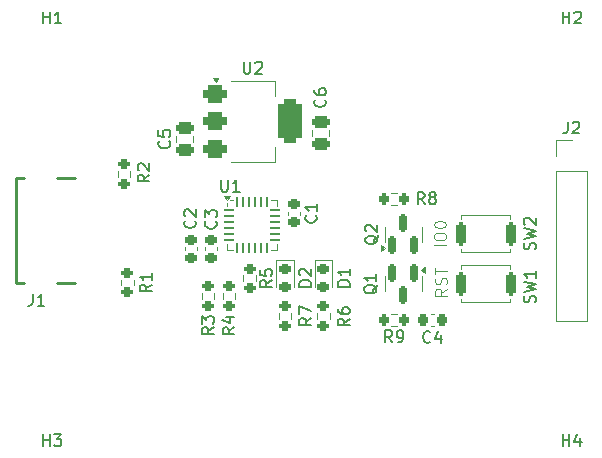
<source format=gbr>
%TF.GenerationSoftware,KiCad,Pcbnew,8.0.2*%
%TF.CreationDate,2024-06-01T19:49:29+09:00*%
%TF.ProjectId,esp8266writer,65737038-3236-4367-9772-697465722e6b,rev?*%
%TF.SameCoordinates,Original*%
%TF.FileFunction,Legend,Top*%
%TF.FilePolarity,Positive*%
%FSLAX46Y46*%
G04 Gerber Fmt 4.6, Leading zero omitted, Abs format (unit mm)*
G04 Created by KiCad (PCBNEW 8.0.2) date 2024-06-01 19:49:29*
%MOMM*%
%LPD*%
G01*
G04 APERTURE LIST*
G04 Aperture macros list*
%AMRoundRect*
0 Rectangle with rounded corners*
0 $1 Rounding radius*
0 $2 $3 $4 $5 $6 $7 $8 $9 X,Y pos of 4 corners*
0 Add a 4 corners polygon primitive as box body*
4,1,4,$2,$3,$4,$5,$6,$7,$8,$9,$2,$3,0*
0 Add four circle primitives for the rounded corners*
1,1,$1+$1,$2,$3*
1,1,$1+$1,$4,$5*
1,1,$1+$1,$6,$7*
1,1,$1+$1,$8,$9*
0 Add four rect primitives between the rounded corners*
20,1,$1+$1,$2,$3,$4,$5,0*
20,1,$1+$1,$4,$5,$6,$7,0*
20,1,$1+$1,$6,$7,$8,$9,0*
20,1,$1+$1,$8,$9,$2,$3,0*%
G04 Aperture macros list end*
%ADD10C,0.100000*%
%ADD11C,0.150000*%
%ADD12C,0.120000*%
%ADD13C,0.254000*%
%ADD14RoundRect,0.225000X-0.250000X0.225000X-0.250000X-0.225000X0.250000X-0.225000X0.250000X0.225000X0*%
%ADD15RoundRect,0.200000X0.275000X-0.200000X0.275000X0.200000X-0.275000X0.200000X-0.275000X-0.200000X0*%
%ADD16RoundRect,0.200000X-0.275000X0.200000X-0.275000X-0.200000X0.275000X-0.200000X0.275000X0.200000X0*%
%ADD17RoundRect,0.200000X0.200000X0.800000X-0.200000X0.800000X-0.200000X-0.800000X0.200000X-0.800000X0*%
%ADD18RoundRect,0.200000X0.200000X0.275000X-0.200000X0.275000X-0.200000X-0.275000X0.200000X-0.275000X0*%
%ADD19RoundRect,0.062500X-0.350000X-0.062500X0.350000X-0.062500X0.350000X0.062500X-0.350000X0.062500X0*%
%ADD20RoundRect,0.062500X-0.062500X-0.350000X0.062500X-0.350000X0.062500X0.350000X-0.062500X0.350000X0*%
%ADD21R,2.600000X2.600000*%
%ADD22RoundRect,0.218750X-0.256250X0.218750X-0.256250X-0.218750X0.256250X-0.218750X0.256250X0.218750X0*%
%ADD23RoundRect,0.150000X0.150000X-0.587500X0.150000X0.587500X-0.150000X0.587500X-0.150000X-0.587500X0*%
%ADD24RoundRect,0.250000X0.475000X-0.250000X0.475000X0.250000X-0.475000X0.250000X-0.475000X-0.250000X0*%
%ADD25C,0.800000*%
%ADD26R,1.270000X0.300000*%
%ADD27O,2.000000X1.200000*%
%ADD28O,2.400000X1.200000*%
%ADD29RoundRect,0.250000X-0.475000X0.250000X-0.475000X-0.250000X0.475000X-0.250000X0.475000X0.250000X0*%
%ADD30C,3.200000*%
%ADD31RoundRect,0.225000X-0.225000X-0.250000X0.225000X-0.250000X0.225000X0.250000X-0.225000X0.250000X0*%
%ADD32RoundRect,0.375000X-0.625000X-0.375000X0.625000X-0.375000X0.625000X0.375000X-0.625000X0.375000X0*%
%ADD33RoundRect,0.500000X-0.500000X-1.400000X0.500000X-1.400000X0.500000X1.400000X-0.500000X1.400000X0*%
%ADD34RoundRect,0.150000X-0.150000X0.587500X-0.150000X-0.587500X0.150000X-0.587500X0.150000X0.587500X0*%
%ADD35RoundRect,0.225000X0.250000X-0.225000X0.250000X0.225000X-0.250000X0.225000X-0.250000X-0.225000X0*%
%ADD36R,1.700000X1.700000*%
%ADD37O,1.700000X1.700000*%
G04 APERTURE END LIST*
D10*
X111447419Y-79937187D02*
X110971228Y-80270520D01*
X111447419Y-80508615D02*
X110447419Y-80508615D01*
X110447419Y-80508615D02*
X110447419Y-80127663D01*
X110447419Y-80127663D02*
X110495038Y-80032425D01*
X110495038Y-80032425D02*
X110542657Y-79984806D01*
X110542657Y-79984806D02*
X110637895Y-79937187D01*
X110637895Y-79937187D02*
X110780752Y-79937187D01*
X110780752Y-79937187D02*
X110875990Y-79984806D01*
X110875990Y-79984806D02*
X110923609Y-80032425D01*
X110923609Y-80032425D02*
X110971228Y-80127663D01*
X110971228Y-80127663D02*
X110971228Y-80508615D01*
X111399800Y-79556234D02*
X111447419Y-79413377D01*
X111447419Y-79413377D02*
X111447419Y-79175282D01*
X111447419Y-79175282D02*
X111399800Y-79080044D01*
X111399800Y-79080044D02*
X111352180Y-79032425D01*
X111352180Y-79032425D02*
X111256942Y-78984806D01*
X111256942Y-78984806D02*
X111161704Y-78984806D01*
X111161704Y-78984806D02*
X111066466Y-79032425D01*
X111066466Y-79032425D02*
X111018847Y-79080044D01*
X111018847Y-79080044D02*
X110971228Y-79175282D01*
X110971228Y-79175282D02*
X110923609Y-79365758D01*
X110923609Y-79365758D02*
X110875990Y-79460996D01*
X110875990Y-79460996D02*
X110828371Y-79508615D01*
X110828371Y-79508615D02*
X110733133Y-79556234D01*
X110733133Y-79556234D02*
X110637895Y-79556234D01*
X110637895Y-79556234D02*
X110542657Y-79508615D01*
X110542657Y-79508615D02*
X110495038Y-79460996D01*
X110495038Y-79460996D02*
X110447419Y-79365758D01*
X110447419Y-79365758D02*
X110447419Y-79127663D01*
X110447419Y-79127663D02*
X110495038Y-78984806D01*
X110447419Y-78699091D02*
X110447419Y-78127663D01*
X111447419Y-78413377D02*
X110447419Y-78413377D01*
X111372419Y-76258615D02*
X110372419Y-76258615D01*
X110372419Y-75591949D02*
X110372419Y-75401473D01*
X110372419Y-75401473D02*
X110420038Y-75306235D01*
X110420038Y-75306235D02*
X110515276Y-75210997D01*
X110515276Y-75210997D02*
X110705752Y-75163378D01*
X110705752Y-75163378D02*
X111039085Y-75163378D01*
X111039085Y-75163378D02*
X111229561Y-75210997D01*
X111229561Y-75210997D02*
X111324800Y-75306235D01*
X111324800Y-75306235D02*
X111372419Y-75401473D01*
X111372419Y-75401473D02*
X111372419Y-75591949D01*
X111372419Y-75591949D02*
X111324800Y-75687187D01*
X111324800Y-75687187D02*
X111229561Y-75782425D01*
X111229561Y-75782425D02*
X111039085Y-75830044D01*
X111039085Y-75830044D02*
X110705752Y-75830044D01*
X110705752Y-75830044D02*
X110515276Y-75782425D01*
X110515276Y-75782425D02*
X110420038Y-75687187D01*
X110420038Y-75687187D02*
X110372419Y-75591949D01*
X110372419Y-74544330D02*
X110372419Y-74449092D01*
X110372419Y-74449092D02*
X110420038Y-74353854D01*
X110420038Y-74353854D02*
X110467657Y-74306235D01*
X110467657Y-74306235D02*
X110562895Y-74258616D01*
X110562895Y-74258616D02*
X110753371Y-74210997D01*
X110753371Y-74210997D02*
X110991466Y-74210997D01*
X110991466Y-74210997D02*
X111181942Y-74258616D01*
X111181942Y-74258616D02*
X111277180Y-74306235D01*
X111277180Y-74306235D02*
X111324800Y-74353854D01*
X111324800Y-74353854D02*
X111372419Y-74449092D01*
X111372419Y-74449092D02*
X111372419Y-74544330D01*
X111372419Y-74544330D02*
X111324800Y-74639568D01*
X111324800Y-74639568D02*
X111277180Y-74687187D01*
X111277180Y-74687187D02*
X111181942Y-74734806D01*
X111181942Y-74734806D02*
X110991466Y-74782425D01*
X110991466Y-74782425D02*
X110753371Y-74782425D01*
X110753371Y-74782425D02*
X110562895Y-74734806D01*
X110562895Y-74734806D02*
X110467657Y-74687187D01*
X110467657Y-74687187D02*
X110420038Y-74639568D01*
X110420038Y-74639568D02*
X110372419Y-74544330D01*
D11*
X91859580Y-74204166D02*
X91907200Y-74251785D01*
X91907200Y-74251785D02*
X91954819Y-74394642D01*
X91954819Y-74394642D02*
X91954819Y-74489880D01*
X91954819Y-74489880D02*
X91907200Y-74632737D01*
X91907200Y-74632737D02*
X91811961Y-74727975D01*
X91811961Y-74727975D02*
X91716723Y-74775594D01*
X91716723Y-74775594D02*
X91526247Y-74823213D01*
X91526247Y-74823213D02*
X91383390Y-74823213D01*
X91383390Y-74823213D02*
X91192914Y-74775594D01*
X91192914Y-74775594D02*
X91097676Y-74727975D01*
X91097676Y-74727975D02*
X91002438Y-74632737D01*
X91002438Y-74632737D02*
X90954819Y-74489880D01*
X90954819Y-74489880D02*
X90954819Y-74394642D01*
X90954819Y-74394642D02*
X91002438Y-74251785D01*
X91002438Y-74251785D02*
X91050057Y-74204166D01*
X90954819Y-73870832D02*
X90954819Y-73251785D01*
X90954819Y-73251785D02*
X91335771Y-73585118D01*
X91335771Y-73585118D02*
X91335771Y-73442261D01*
X91335771Y-73442261D02*
X91383390Y-73347023D01*
X91383390Y-73347023D02*
X91431009Y-73299404D01*
X91431009Y-73299404D02*
X91526247Y-73251785D01*
X91526247Y-73251785D02*
X91764342Y-73251785D01*
X91764342Y-73251785D02*
X91859580Y-73299404D01*
X91859580Y-73299404D02*
X91907200Y-73347023D01*
X91907200Y-73347023D02*
X91954819Y-73442261D01*
X91954819Y-73442261D02*
X91954819Y-73727975D01*
X91954819Y-73727975D02*
X91907200Y-73823213D01*
X91907200Y-73823213D02*
X91859580Y-73870832D01*
X93454819Y-83204166D02*
X92978628Y-83537499D01*
X93454819Y-83775594D02*
X92454819Y-83775594D01*
X92454819Y-83775594D02*
X92454819Y-83394642D01*
X92454819Y-83394642D02*
X92502438Y-83299404D01*
X92502438Y-83299404D02*
X92550057Y-83251785D01*
X92550057Y-83251785D02*
X92645295Y-83204166D01*
X92645295Y-83204166D02*
X92788152Y-83204166D01*
X92788152Y-83204166D02*
X92883390Y-83251785D01*
X92883390Y-83251785D02*
X92931009Y-83299404D01*
X92931009Y-83299404D02*
X92978628Y-83394642D01*
X92978628Y-83394642D02*
X92978628Y-83775594D01*
X92788152Y-82347023D02*
X93454819Y-82347023D01*
X92407200Y-82585118D02*
X93121485Y-82823213D01*
X93121485Y-82823213D02*
X93121485Y-82204166D01*
X96634819Y-79204166D02*
X96158628Y-79537499D01*
X96634819Y-79775594D02*
X95634819Y-79775594D01*
X95634819Y-79775594D02*
X95634819Y-79394642D01*
X95634819Y-79394642D02*
X95682438Y-79299404D01*
X95682438Y-79299404D02*
X95730057Y-79251785D01*
X95730057Y-79251785D02*
X95825295Y-79204166D01*
X95825295Y-79204166D02*
X95968152Y-79204166D01*
X95968152Y-79204166D02*
X96063390Y-79251785D01*
X96063390Y-79251785D02*
X96111009Y-79299404D01*
X96111009Y-79299404D02*
X96158628Y-79394642D01*
X96158628Y-79394642D02*
X96158628Y-79775594D01*
X95634819Y-78299404D02*
X95634819Y-78775594D01*
X95634819Y-78775594D02*
X96111009Y-78823213D01*
X96111009Y-78823213D02*
X96063390Y-78775594D01*
X96063390Y-78775594D02*
X96015771Y-78680356D01*
X96015771Y-78680356D02*
X96015771Y-78442261D01*
X96015771Y-78442261D02*
X96063390Y-78347023D01*
X96063390Y-78347023D02*
X96111009Y-78299404D01*
X96111009Y-78299404D02*
X96206247Y-78251785D01*
X96206247Y-78251785D02*
X96444342Y-78251785D01*
X96444342Y-78251785D02*
X96539580Y-78299404D01*
X96539580Y-78299404D02*
X96587200Y-78347023D01*
X96587200Y-78347023D02*
X96634819Y-78442261D01*
X96634819Y-78442261D02*
X96634819Y-78680356D01*
X96634819Y-78680356D02*
X96587200Y-78775594D01*
X96587200Y-78775594D02*
X96539580Y-78823213D01*
X118907200Y-81083332D02*
X118954819Y-80940475D01*
X118954819Y-80940475D02*
X118954819Y-80702380D01*
X118954819Y-80702380D02*
X118907200Y-80607142D01*
X118907200Y-80607142D02*
X118859580Y-80559523D01*
X118859580Y-80559523D02*
X118764342Y-80511904D01*
X118764342Y-80511904D02*
X118669104Y-80511904D01*
X118669104Y-80511904D02*
X118573866Y-80559523D01*
X118573866Y-80559523D02*
X118526247Y-80607142D01*
X118526247Y-80607142D02*
X118478628Y-80702380D01*
X118478628Y-80702380D02*
X118431009Y-80892856D01*
X118431009Y-80892856D02*
X118383390Y-80988094D01*
X118383390Y-80988094D02*
X118335771Y-81035713D01*
X118335771Y-81035713D02*
X118240533Y-81083332D01*
X118240533Y-81083332D02*
X118145295Y-81083332D01*
X118145295Y-81083332D02*
X118050057Y-81035713D01*
X118050057Y-81035713D02*
X118002438Y-80988094D01*
X118002438Y-80988094D02*
X117954819Y-80892856D01*
X117954819Y-80892856D02*
X117954819Y-80654761D01*
X117954819Y-80654761D02*
X118002438Y-80511904D01*
X117954819Y-80178570D02*
X118954819Y-79940475D01*
X118954819Y-79940475D02*
X118240533Y-79749999D01*
X118240533Y-79749999D02*
X118954819Y-79559523D01*
X118954819Y-79559523D02*
X117954819Y-79321428D01*
X118954819Y-78416666D02*
X118954819Y-78988094D01*
X118954819Y-78702380D02*
X117954819Y-78702380D01*
X117954819Y-78702380D02*
X118097676Y-78797618D01*
X118097676Y-78797618D02*
X118192914Y-78892856D01*
X118192914Y-78892856D02*
X118240533Y-78988094D01*
X86454819Y-79566666D02*
X85978628Y-79899999D01*
X86454819Y-80138094D02*
X85454819Y-80138094D01*
X85454819Y-80138094D02*
X85454819Y-79757142D01*
X85454819Y-79757142D02*
X85502438Y-79661904D01*
X85502438Y-79661904D02*
X85550057Y-79614285D01*
X85550057Y-79614285D02*
X85645295Y-79566666D01*
X85645295Y-79566666D02*
X85788152Y-79566666D01*
X85788152Y-79566666D02*
X85883390Y-79614285D01*
X85883390Y-79614285D02*
X85931009Y-79661904D01*
X85931009Y-79661904D02*
X85978628Y-79757142D01*
X85978628Y-79757142D02*
X85978628Y-80138094D01*
X86454819Y-78614285D02*
X86454819Y-79185713D01*
X86454819Y-78899999D02*
X85454819Y-78899999D01*
X85454819Y-78899999D02*
X85597676Y-78995237D01*
X85597676Y-78995237D02*
X85692914Y-79090475D01*
X85692914Y-79090475D02*
X85740533Y-79185713D01*
X118907200Y-76583332D02*
X118954819Y-76440475D01*
X118954819Y-76440475D02*
X118954819Y-76202380D01*
X118954819Y-76202380D02*
X118907200Y-76107142D01*
X118907200Y-76107142D02*
X118859580Y-76059523D01*
X118859580Y-76059523D02*
X118764342Y-76011904D01*
X118764342Y-76011904D02*
X118669104Y-76011904D01*
X118669104Y-76011904D02*
X118573866Y-76059523D01*
X118573866Y-76059523D02*
X118526247Y-76107142D01*
X118526247Y-76107142D02*
X118478628Y-76202380D01*
X118478628Y-76202380D02*
X118431009Y-76392856D01*
X118431009Y-76392856D02*
X118383390Y-76488094D01*
X118383390Y-76488094D02*
X118335771Y-76535713D01*
X118335771Y-76535713D02*
X118240533Y-76583332D01*
X118240533Y-76583332D02*
X118145295Y-76583332D01*
X118145295Y-76583332D02*
X118050057Y-76535713D01*
X118050057Y-76535713D02*
X118002438Y-76488094D01*
X118002438Y-76488094D02*
X117954819Y-76392856D01*
X117954819Y-76392856D02*
X117954819Y-76154761D01*
X117954819Y-76154761D02*
X118002438Y-76011904D01*
X117954819Y-75678570D02*
X118954819Y-75440475D01*
X118954819Y-75440475D02*
X118240533Y-75249999D01*
X118240533Y-75249999D02*
X118954819Y-75059523D01*
X118954819Y-75059523D02*
X117954819Y-74821428D01*
X118050057Y-74488094D02*
X118002438Y-74440475D01*
X118002438Y-74440475D02*
X117954819Y-74345237D01*
X117954819Y-74345237D02*
X117954819Y-74107142D01*
X117954819Y-74107142D02*
X118002438Y-74011904D01*
X118002438Y-74011904D02*
X118050057Y-73964285D01*
X118050057Y-73964285D02*
X118145295Y-73916666D01*
X118145295Y-73916666D02*
X118240533Y-73916666D01*
X118240533Y-73916666D02*
X118383390Y-73964285D01*
X118383390Y-73964285D02*
X118954819Y-74535713D01*
X118954819Y-74535713D02*
X118954819Y-73916666D01*
X109558333Y-72767319D02*
X109225000Y-72291128D01*
X108986905Y-72767319D02*
X108986905Y-71767319D01*
X108986905Y-71767319D02*
X109367857Y-71767319D01*
X109367857Y-71767319D02*
X109463095Y-71814938D01*
X109463095Y-71814938D02*
X109510714Y-71862557D01*
X109510714Y-71862557D02*
X109558333Y-71957795D01*
X109558333Y-71957795D02*
X109558333Y-72100652D01*
X109558333Y-72100652D02*
X109510714Y-72195890D01*
X109510714Y-72195890D02*
X109463095Y-72243509D01*
X109463095Y-72243509D02*
X109367857Y-72291128D01*
X109367857Y-72291128D02*
X108986905Y-72291128D01*
X110129762Y-72195890D02*
X110034524Y-72148271D01*
X110034524Y-72148271D02*
X109986905Y-72100652D01*
X109986905Y-72100652D02*
X109939286Y-72005414D01*
X109939286Y-72005414D02*
X109939286Y-71957795D01*
X109939286Y-71957795D02*
X109986905Y-71862557D01*
X109986905Y-71862557D02*
X110034524Y-71814938D01*
X110034524Y-71814938D02*
X110129762Y-71767319D01*
X110129762Y-71767319D02*
X110320238Y-71767319D01*
X110320238Y-71767319D02*
X110415476Y-71814938D01*
X110415476Y-71814938D02*
X110463095Y-71862557D01*
X110463095Y-71862557D02*
X110510714Y-71957795D01*
X110510714Y-71957795D02*
X110510714Y-72005414D01*
X110510714Y-72005414D02*
X110463095Y-72100652D01*
X110463095Y-72100652D02*
X110415476Y-72148271D01*
X110415476Y-72148271D02*
X110320238Y-72195890D01*
X110320238Y-72195890D02*
X110129762Y-72195890D01*
X110129762Y-72195890D02*
X110034524Y-72243509D01*
X110034524Y-72243509D02*
X109986905Y-72291128D01*
X109986905Y-72291128D02*
X109939286Y-72386366D01*
X109939286Y-72386366D02*
X109939286Y-72576842D01*
X109939286Y-72576842D02*
X109986905Y-72672080D01*
X109986905Y-72672080D02*
X110034524Y-72719700D01*
X110034524Y-72719700D02*
X110129762Y-72767319D01*
X110129762Y-72767319D02*
X110320238Y-72767319D01*
X110320238Y-72767319D02*
X110415476Y-72719700D01*
X110415476Y-72719700D02*
X110463095Y-72672080D01*
X110463095Y-72672080D02*
X110510714Y-72576842D01*
X110510714Y-72576842D02*
X110510714Y-72386366D01*
X110510714Y-72386366D02*
X110463095Y-72291128D01*
X110463095Y-72291128D02*
X110415476Y-72243509D01*
X110415476Y-72243509D02*
X110320238Y-72195890D01*
X92338095Y-70692319D02*
X92338095Y-71501842D01*
X92338095Y-71501842D02*
X92385714Y-71597080D01*
X92385714Y-71597080D02*
X92433333Y-71644700D01*
X92433333Y-71644700D02*
X92528571Y-71692319D01*
X92528571Y-71692319D02*
X92719047Y-71692319D01*
X92719047Y-71692319D02*
X92814285Y-71644700D01*
X92814285Y-71644700D02*
X92861904Y-71597080D01*
X92861904Y-71597080D02*
X92909523Y-71501842D01*
X92909523Y-71501842D02*
X92909523Y-70692319D01*
X93909523Y-71692319D02*
X93338095Y-71692319D01*
X93623809Y-71692319D02*
X93623809Y-70692319D01*
X93623809Y-70692319D02*
X93528571Y-70835176D01*
X93528571Y-70835176D02*
X93433333Y-70930414D01*
X93433333Y-70930414D02*
X93338095Y-70978033D01*
X103204819Y-79738094D02*
X102204819Y-79738094D01*
X102204819Y-79738094D02*
X102204819Y-79499999D01*
X102204819Y-79499999D02*
X102252438Y-79357142D01*
X102252438Y-79357142D02*
X102347676Y-79261904D01*
X102347676Y-79261904D02*
X102442914Y-79214285D01*
X102442914Y-79214285D02*
X102633390Y-79166666D01*
X102633390Y-79166666D02*
X102776247Y-79166666D01*
X102776247Y-79166666D02*
X102966723Y-79214285D01*
X102966723Y-79214285D02*
X103061961Y-79261904D01*
X103061961Y-79261904D02*
X103157200Y-79357142D01*
X103157200Y-79357142D02*
X103204819Y-79499999D01*
X103204819Y-79499999D02*
X103204819Y-79738094D01*
X103204819Y-78214285D02*
X103204819Y-78785713D01*
X103204819Y-78499999D02*
X102204819Y-78499999D01*
X102204819Y-78499999D02*
X102347676Y-78595237D01*
X102347676Y-78595237D02*
X102442914Y-78690475D01*
X102442914Y-78690475D02*
X102490533Y-78785713D01*
X103204819Y-82454166D02*
X102728628Y-82787499D01*
X103204819Y-83025594D02*
X102204819Y-83025594D01*
X102204819Y-83025594D02*
X102204819Y-82644642D01*
X102204819Y-82644642D02*
X102252438Y-82549404D01*
X102252438Y-82549404D02*
X102300057Y-82501785D01*
X102300057Y-82501785D02*
X102395295Y-82454166D01*
X102395295Y-82454166D02*
X102538152Y-82454166D01*
X102538152Y-82454166D02*
X102633390Y-82501785D01*
X102633390Y-82501785D02*
X102681009Y-82549404D01*
X102681009Y-82549404D02*
X102728628Y-82644642D01*
X102728628Y-82644642D02*
X102728628Y-83025594D01*
X102204819Y-81597023D02*
X102204819Y-81787499D01*
X102204819Y-81787499D02*
X102252438Y-81882737D01*
X102252438Y-81882737D02*
X102300057Y-81930356D01*
X102300057Y-81930356D02*
X102442914Y-82025594D01*
X102442914Y-82025594D02*
X102633390Y-82073213D01*
X102633390Y-82073213D02*
X103014342Y-82073213D01*
X103014342Y-82073213D02*
X103109580Y-82025594D01*
X103109580Y-82025594D02*
X103157200Y-81977975D01*
X103157200Y-81977975D02*
X103204819Y-81882737D01*
X103204819Y-81882737D02*
X103204819Y-81692261D01*
X103204819Y-81692261D02*
X103157200Y-81597023D01*
X103157200Y-81597023D02*
X103109580Y-81549404D01*
X103109580Y-81549404D02*
X103014342Y-81501785D01*
X103014342Y-81501785D02*
X102776247Y-81501785D01*
X102776247Y-81501785D02*
X102681009Y-81549404D01*
X102681009Y-81549404D02*
X102633390Y-81597023D01*
X102633390Y-81597023D02*
X102585771Y-81692261D01*
X102585771Y-81692261D02*
X102585771Y-81882737D01*
X102585771Y-81882737D02*
X102633390Y-81977975D01*
X102633390Y-81977975D02*
X102681009Y-82025594D01*
X102681009Y-82025594D02*
X102776247Y-82073213D01*
X90109580Y-74166666D02*
X90157200Y-74214285D01*
X90157200Y-74214285D02*
X90204819Y-74357142D01*
X90204819Y-74357142D02*
X90204819Y-74452380D01*
X90204819Y-74452380D02*
X90157200Y-74595237D01*
X90157200Y-74595237D02*
X90061961Y-74690475D01*
X90061961Y-74690475D02*
X89966723Y-74738094D01*
X89966723Y-74738094D02*
X89776247Y-74785713D01*
X89776247Y-74785713D02*
X89633390Y-74785713D01*
X89633390Y-74785713D02*
X89442914Y-74738094D01*
X89442914Y-74738094D02*
X89347676Y-74690475D01*
X89347676Y-74690475D02*
X89252438Y-74595237D01*
X89252438Y-74595237D02*
X89204819Y-74452380D01*
X89204819Y-74452380D02*
X89204819Y-74357142D01*
X89204819Y-74357142D02*
X89252438Y-74214285D01*
X89252438Y-74214285D02*
X89300057Y-74166666D01*
X89300057Y-73785713D02*
X89252438Y-73738094D01*
X89252438Y-73738094D02*
X89204819Y-73642856D01*
X89204819Y-73642856D02*
X89204819Y-73404761D01*
X89204819Y-73404761D02*
X89252438Y-73309523D01*
X89252438Y-73309523D02*
X89300057Y-73261904D01*
X89300057Y-73261904D02*
X89395295Y-73214285D01*
X89395295Y-73214285D02*
X89490533Y-73214285D01*
X89490533Y-73214285D02*
X89633390Y-73261904D01*
X89633390Y-73261904D02*
X90204819Y-73833332D01*
X90204819Y-73833332D02*
X90204819Y-73214285D01*
X105625057Y-75407738D02*
X105577438Y-75502976D01*
X105577438Y-75502976D02*
X105482200Y-75598214D01*
X105482200Y-75598214D02*
X105339342Y-75741071D01*
X105339342Y-75741071D02*
X105291723Y-75836309D01*
X105291723Y-75836309D02*
X105291723Y-75931547D01*
X105529819Y-75883928D02*
X105482200Y-75979166D01*
X105482200Y-75979166D02*
X105386961Y-76074404D01*
X105386961Y-76074404D02*
X105196485Y-76122023D01*
X105196485Y-76122023D02*
X104863152Y-76122023D01*
X104863152Y-76122023D02*
X104672676Y-76074404D01*
X104672676Y-76074404D02*
X104577438Y-75979166D01*
X104577438Y-75979166D02*
X104529819Y-75883928D01*
X104529819Y-75883928D02*
X104529819Y-75693452D01*
X104529819Y-75693452D02*
X104577438Y-75598214D01*
X104577438Y-75598214D02*
X104672676Y-75502976D01*
X104672676Y-75502976D02*
X104863152Y-75455357D01*
X104863152Y-75455357D02*
X105196485Y-75455357D01*
X105196485Y-75455357D02*
X105386961Y-75502976D01*
X105386961Y-75502976D02*
X105482200Y-75598214D01*
X105482200Y-75598214D02*
X105529819Y-75693452D01*
X105529819Y-75693452D02*
X105529819Y-75883928D01*
X104625057Y-75074404D02*
X104577438Y-75026785D01*
X104577438Y-75026785D02*
X104529819Y-74931547D01*
X104529819Y-74931547D02*
X104529819Y-74693452D01*
X104529819Y-74693452D02*
X104577438Y-74598214D01*
X104577438Y-74598214D02*
X104625057Y-74550595D01*
X104625057Y-74550595D02*
X104720295Y-74502976D01*
X104720295Y-74502976D02*
X104815533Y-74502976D01*
X104815533Y-74502976D02*
X104958390Y-74550595D01*
X104958390Y-74550595D02*
X105529819Y-75122023D01*
X105529819Y-75122023D02*
X105529819Y-74502976D01*
X91704819Y-83204166D02*
X91228628Y-83537499D01*
X91704819Y-83775594D02*
X90704819Y-83775594D01*
X90704819Y-83775594D02*
X90704819Y-83394642D01*
X90704819Y-83394642D02*
X90752438Y-83299404D01*
X90752438Y-83299404D02*
X90800057Y-83251785D01*
X90800057Y-83251785D02*
X90895295Y-83204166D01*
X90895295Y-83204166D02*
X91038152Y-83204166D01*
X91038152Y-83204166D02*
X91133390Y-83251785D01*
X91133390Y-83251785D02*
X91181009Y-83299404D01*
X91181009Y-83299404D02*
X91228628Y-83394642D01*
X91228628Y-83394642D02*
X91228628Y-83775594D01*
X90704819Y-82870832D02*
X90704819Y-82251785D01*
X90704819Y-82251785D02*
X91085771Y-82585118D01*
X91085771Y-82585118D02*
X91085771Y-82442261D01*
X91085771Y-82442261D02*
X91133390Y-82347023D01*
X91133390Y-82347023D02*
X91181009Y-82299404D01*
X91181009Y-82299404D02*
X91276247Y-82251785D01*
X91276247Y-82251785D02*
X91514342Y-82251785D01*
X91514342Y-82251785D02*
X91609580Y-82299404D01*
X91609580Y-82299404D02*
X91657200Y-82347023D01*
X91657200Y-82347023D02*
X91704819Y-82442261D01*
X91704819Y-82442261D02*
X91704819Y-82727975D01*
X91704819Y-82727975D02*
X91657200Y-82823213D01*
X91657200Y-82823213D02*
X91609580Y-82870832D01*
X87929580Y-67416666D02*
X87977200Y-67464285D01*
X87977200Y-67464285D02*
X88024819Y-67607142D01*
X88024819Y-67607142D02*
X88024819Y-67702380D01*
X88024819Y-67702380D02*
X87977200Y-67845237D01*
X87977200Y-67845237D02*
X87881961Y-67940475D01*
X87881961Y-67940475D02*
X87786723Y-67988094D01*
X87786723Y-67988094D02*
X87596247Y-68035713D01*
X87596247Y-68035713D02*
X87453390Y-68035713D01*
X87453390Y-68035713D02*
X87262914Y-67988094D01*
X87262914Y-67988094D02*
X87167676Y-67940475D01*
X87167676Y-67940475D02*
X87072438Y-67845237D01*
X87072438Y-67845237D02*
X87024819Y-67702380D01*
X87024819Y-67702380D02*
X87024819Y-67607142D01*
X87024819Y-67607142D02*
X87072438Y-67464285D01*
X87072438Y-67464285D02*
X87120057Y-67416666D01*
X87024819Y-66511904D02*
X87024819Y-66988094D01*
X87024819Y-66988094D02*
X87501009Y-67035713D01*
X87501009Y-67035713D02*
X87453390Y-66988094D01*
X87453390Y-66988094D02*
X87405771Y-66892856D01*
X87405771Y-66892856D02*
X87405771Y-66654761D01*
X87405771Y-66654761D02*
X87453390Y-66559523D01*
X87453390Y-66559523D02*
X87501009Y-66511904D01*
X87501009Y-66511904D02*
X87596247Y-66464285D01*
X87596247Y-66464285D02*
X87834342Y-66464285D01*
X87834342Y-66464285D02*
X87929580Y-66511904D01*
X87929580Y-66511904D02*
X87977200Y-66559523D01*
X87977200Y-66559523D02*
X88024819Y-66654761D01*
X88024819Y-66654761D02*
X88024819Y-66892856D01*
X88024819Y-66892856D02*
X87977200Y-66988094D01*
X87977200Y-66988094D02*
X87929580Y-67035713D01*
X76366666Y-80354819D02*
X76366666Y-81069104D01*
X76366666Y-81069104D02*
X76319047Y-81211961D01*
X76319047Y-81211961D02*
X76223809Y-81307200D01*
X76223809Y-81307200D02*
X76080952Y-81354819D01*
X76080952Y-81354819D02*
X75985714Y-81354819D01*
X77366666Y-81354819D02*
X76795238Y-81354819D01*
X77080952Y-81354819D02*
X77080952Y-80354819D01*
X77080952Y-80354819D02*
X76985714Y-80497676D01*
X76985714Y-80497676D02*
X76890476Y-80592914D01*
X76890476Y-80592914D02*
X76795238Y-80640533D01*
X106808333Y-84447319D02*
X106475000Y-83971128D01*
X106236905Y-84447319D02*
X106236905Y-83447319D01*
X106236905Y-83447319D02*
X106617857Y-83447319D01*
X106617857Y-83447319D02*
X106713095Y-83494938D01*
X106713095Y-83494938D02*
X106760714Y-83542557D01*
X106760714Y-83542557D02*
X106808333Y-83637795D01*
X106808333Y-83637795D02*
X106808333Y-83780652D01*
X106808333Y-83780652D02*
X106760714Y-83875890D01*
X106760714Y-83875890D02*
X106713095Y-83923509D01*
X106713095Y-83923509D02*
X106617857Y-83971128D01*
X106617857Y-83971128D02*
X106236905Y-83971128D01*
X107284524Y-84447319D02*
X107475000Y-84447319D01*
X107475000Y-84447319D02*
X107570238Y-84399700D01*
X107570238Y-84399700D02*
X107617857Y-84352080D01*
X107617857Y-84352080D02*
X107713095Y-84209223D01*
X107713095Y-84209223D02*
X107760714Y-84018747D01*
X107760714Y-84018747D02*
X107760714Y-83637795D01*
X107760714Y-83637795D02*
X107713095Y-83542557D01*
X107713095Y-83542557D02*
X107665476Y-83494938D01*
X107665476Y-83494938D02*
X107570238Y-83447319D01*
X107570238Y-83447319D02*
X107379762Y-83447319D01*
X107379762Y-83447319D02*
X107284524Y-83494938D01*
X107284524Y-83494938D02*
X107236905Y-83542557D01*
X107236905Y-83542557D02*
X107189286Y-83637795D01*
X107189286Y-83637795D02*
X107189286Y-83875890D01*
X107189286Y-83875890D02*
X107236905Y-83971128D01*
X107236905Y-83971128D02*
X107284524Y-84018747D01*
X107284524Y-84018747D02*
X107379762Y-84066366D01*
X107379762Y-84066366D02*
X107570238Y-84066366D01*
X107570238Y-84066366D02*
X107665476Y-84018747D01*
X107665476Y-84018747D02*
X107713095Y-83971128D01*
X107713095Y-83971128D02*
X107760714Y-83875890D01*
X101109580Y-63916666D02*
X101157200Y-63964285D01*
X101157200Y-63964285D02*
X101204819Y-64107142D01*
X101204819Y-64107142D02*
X101204819Y-64202380D01*
X101204819Y-64202380D02*
X101157200Y-64345237D01*
X101157200Y-64345237D02*
X101061961Y-64440475D01*
X101061961Y-64440475D02*
X100966723Y-64488094D01*
X100966723Y-64488094D02*
X100776247Y-64535713D01*
X100776247Y-64535713D02*
X100633390Y-64535713D01*
X100633390Y-64535713D02*
X100442914Y-64488094D01*
X100442914Y-64488094D02*
X100347676Y-64440475D01*
X100347676Y-64440475D02*
X100252438Y-64345237D01*
X100252438Y-64345237D02*
X100204819Y-64202380D01*
X100204819Y-64202380D02*
X100204819Y-64107142D01*
X100204819Y-64107142D02*
X100252438Y-63964285D01*
X100252438Y-63964285D02*
X100300057Y-63916666D01*
X100204819Y-63059523D02*
X100204819Y-63249999D01*
X100204819Y-63249999D02*
X100252438Y-63345237D01*
X100252438Y-63345237D02*
X100300057Y-63392856D01*
X100300057Y-63392856D02*
X100442914Y-63488094D01*
X100442914Y-63488094D02*
X100633390Y-63535713D01*
X100633390Y-63535713D02*
X101014342Y-63535713D01*
X101014342Y-63535713D02*
X101109580Y-63488094D01*
X101109580Y-63488094D02*
X101157200Y-63440475D01*
X101157200Y-63440475D02*
X101204819Y-63345237D01*
X101204819Y-63345237D02*
X101204819Y-63154761D01*
X101204819Y-63154761D02*
X101157200Y-63059523D01*
X101157200Y-63059523D02*
X101109580Y-63011904D01*
X101109580Y-63011904D02*
X101014342Y-62964285D01*
X101014342Y-62964285D02*
X100776247Y-62964285D01*
X100776247Y-62964285D02*
X100681009Y-63011904D01*
X100681009Y-63011904D02*
X100633390Y-63059523D01*
X100633390Y-63059523D02*
X100585771Y-63154761D01*
X100585771Y-63154761D02*
X100585771Y-63345237D01*
X100585771Y-63345237D02*
X100633390Y-63440475D01*
X100633390Y-63440475D02*
X100681009Y-63488094D01*
X100681009Y-63488094D02*
X100776247Y-63535713D01*
X121238095Y-57454819D02*
X121238095Y-56454819D01*
X121238095Y-56931009D02*
X121809523Y-56931009D01*
X121809523Y-57454819D02*
X121809523Y-56454819D01*
X122238095Y-56550057D02*
X122285714Y-56502438D01*
X122285714Y-56502438D02*
X122380952Y-56454819D01*
X122380952Y-56454819D02*
X122619047Y-56454819D01*
X122619047Y-56454819D02*
X122714285Y-56502438D01*
X122714285Y-56502438D02*
X122761904Y-56550057D01*
X122761904Y-56550057D02*
X122809523Y-56645295D01*
X122809523Y-56645295D02*
X122809523Y-56740533D01*
X122809523Y-56740533D02*
X122761904Y-56883390D01*
X122761904Y-56883390D02*
X122190476Y-57454819D01*
X122190476Y-57454819D02*
X122809523Y-57454819D01*
X110058333Y-84422080D02*
X110010714Y-84469700D01*
X110010714Y-84469700D02*
X109867857Y-84517319D01*
X109867857Y-84517319D02*
X109772619Y-84517319D01*
X109772619Y-84517319D02*
X109629762Y-84469700D01*
X109629762Y-84469700D02*
X109534524Y-84374461D01*
X109534524Y-84374461D02*
X109486905Y-84279223D01*
X109486905Y-84279223D02*
X109439286Y-84088747D01*
X109439286Y-84088747D02*
X109439286Y-83945890D01*
X109439286Y-83945890D02*
X109486905Y-83755414D01*
X109486905Y-83755414D02*
X109534524Y-83660176D01*
X109534524Y-83660176D02*
X109629762Y-83564938D01*
X109629762Y-83564938D02*
X109772619Y-83517319D01*
X109772619Y-83517319D02*
X109867857Y-83517319D01*
X109867857Y-83517319D02*
X110010714Y-83564938D01*
X110010714Y-83564938D02*
X110058333Y-83612557D01*
X110915476Y-83850652D02*
X110915476Y-84517319D01*
X110677381Y-83469700D02*
X110439286Y-84183985D01*
X110439286Y-84183985D02*
X111058333Y-84183985D01*
X86254819Y-70266666D02*
X85778628Y-70599999D01*
X86254819Y-70838094D02*
X85254819Y-70838094D01*
X85254819Y-70838094D02*
X85254819Y-70457142D01*
X85254819Y-70457142D02*
X85302438Y-70361904D01*
X85302438Y-70361904D02*
X85350057Y-70314285D01*
X85350057Y-70314285D02*
X85445295Y-70266666D01*
X85445295Y-70266666D02*
X85588152Y-70266666D01*
X85588152Y-70266666D02*
X85683390Y-70314285D01*
X85683390Y-70314285D02*
X85731009Y-70361904D01*
X85731009Y-70361904D02*
X85778628Y-70457142D01*
X85778628Y-70457142D02*
X85778628Y-70838094D01*
X85350057Y-69885713D02*
X85302438Y-69838094D01*
X85302438Y-69838094D02*
X85254819Y-69742856D01*
X85254819Y-69742856D02*
X85254819Y-69504761D01*
X85254819Y-69504761D02*
X85302438Y-69409523D01*
X85302438Y-69409523D02*
X85350057Y-69361904D01*
X85350057Y-69361904D02*
X85445295Y-69314285D01*
X85445295Y-69314285D02*
X85540533Y-69314285D01*
X85540533Y-69314285D02*
X85683390Y-69361904D01*
X85683390Y-69361904D02*
X86254819Y-69933332D01*
X86254819Y-69933332D02*
X86254819Y-69314285D01*
X94238095Y-60704819D02*
X94238095Y-61514342D01*
X94238095Y-61514342D02*
X94285714Y-61609580D01*
X94285714Y-61609580D02*
X94333333Y-61657200D01*
X94333333Y-61657200D02*
X94428571Y-61704819D01*
X94428571Y-61704819D02*
X94619047Y-61704819D01*
X94619047Y-61704819D02*
X94714285Y-61657200D01*
X94714285Y-61657200D02*
X94761904Y-61609580D01*
X94761904Y-61609580D02*
X94809523Y-61514342D01*
X94809523Y-61514342D02*
X94809523Y-60704819D01*
X95238095Y-60800057D02*
X95285714Y-60752438D01*
X95285714Y-60752438D02*
X95380952Y-60704819D01*
X95380952Y-60704819D02*
X95619047Y-60704819D01*
X95619047Y-60704819D02*
X95714285Y-60752438D01*
X95714285Y-60752438D02*
X95761904Y-60800057D01*
X95761904Y-60800057D02*
X95809523Y-60895295D01*
X95809523Y-60895295D02*
X95809523Y-60990533D01*
X95809523Y-60990533D02*
X95761904Y-61133390D01*
X95761904Y-61133390D02*
X95190476Y-61704819D01*
X95190476Y-61704819D02*
X95809523Y-61704819D01*
X105550057Y-79595238D02*
X105502438Y-79690476D01*
X105502438Y-79690476D02*
X105407200Y-79785714D01*
X105407200Y-79785714D02*
X105264342Y-79928571D01*
X105264342Y-79928571D02*
X105216723Y-80023809D01*
X105216723Y-80023809D02*
X105216723Y-80119047D01*
X105454819Y-80071428D02*
X105407200Y-80166666D01*
X105407200Y-80166666D02*
X105311961Y-80261904D01*
X105311961Y-80261904D02*
X105121485Y-80309523D01*
X105121485Y-80309523D02*
X104788152Y-80309523D01*
X104788152Y-80309523D02*
X104597676Y-80261904D01*
X104597676Y-80261904D02*
X104502438Y-80166666D01*
X104502438Y-80166666D02*
X104454819Y-80071428D01*
X104454819Y-80071428D02*
X104454819Y-79880952D01*
X104454819Y-79880952D02*
X104502438Y-79785714D01*
X104502438Y-79785714D02*
X104597676Y-79690476D01*
X104597676Y-79690476D02*
X104788152Y-79642857D01*
X104788152Y-79642857D02*
X105121485Y-79642857D01*
X105121485Y-79642857D02*
X105311961Y-79690476D01*
X105311961Y-79690476D02*
X105407200Y-79785714D01*
X105407200Y-79785714D02*
X105454819Y-79880952D01*
X105454819Y-79880952D02*
X105454819Y-80071428D01*
X105454819Y-78690476D02*
X105454819Y-79261904D01*
X105454819Y-78976190D02*
X104454819Y-78976190D01*
X104454819Y-78976190D02*
X104597676Y-79071428D01*
X104597676Y-79071428D02*
X104692914Y-79166666D01*
X104692914Y-79166666D02*
X104740533Y-79261904D01*
X99954819Y-79738094D02*
X98954819Y-79738094D01*
X98954819Y-79738094D02*
X98954819Y-79499999D01*
X98954819Y-79499999D02*
X99002438Y-79357142D01*
X99002438Y-79357142D02*
X99097676Y-79261904D01*
X99097676Y-79261904D02*
X99192914Y-79214285D01*
X99192914Y-79214285D02*
X99383390Y-79166666D01*
X99383390Y-79166666D02*
X99526247Y-79166666D01*
X99526247Y-79166666D02*
X99716723Y-79214285D01*
X99716723Y-79214285D02*
X99811961Y-79261904D01*
X99811961Y-79261904D02*
X99907200Y-79357142D01*
X99907200Y-79357142D02*
X99954819Y-79499999D01*
X99954819Y-79499999D02*
X99954819Y-79738094D01*
X99050057Y-78785713D02*
X99002438Y-78738094D01*
X99002438Y-78738094D02*
X98954819Y-78642856D01*
X98954819Y-78642856D02*
X98954819Y-78404761D01*
X98954819Y-78404761D02*
X99002438Y-78309523D01*
X99002438Y-78309523D02*
X99050057Y-78261904D01*
X99050057Y-78261904D02*
X99145295Y-78214285D01*
X99145295Y-78214285D02*
X99240533Y-78214285D01*
X99240533Y-78214285D02*
X99383390Y-78261904D01*
X99383390Y-78261904D02*
X99954819Y-78833332D01*
X99954819Y-78833332D02*
X99954819Y-78214285D01*
X121238095Y-93254819D02*
X121238095Y-92254819D01*
X121238095Y-92731009D02*
X121809523Y-92731009D01*
X121809523Y-93254819D02*
X121809523Y-92254819D01*
X122714285Y-92588152D02*
X122714285Y-93254819D01*
X122476190Y-92207200D02*
X122238095Y-92921485D01*
X122238095Y-92921485D02*
X122857142Y-92921485D01*
X100359580Y-73704166D02*
X100407200Y-73751785D01*
X100407200Y-73751785D02*
X100454819Y-73894642D01*
X100454819Y-73894642D02*
X100454819Y-73989880D01*
X100454819Y-73989880D02*
X100407200Y-74132737D01*
X100407200Y-74132737D02*
X100311961Y-74227975D01*
X100311961Y-74227975D02*
X100216723Y-74275594D01*
X100216723Y-74275594D02*
X100026247Y-74323213D01*
X100026247Y-74323213D02*
X99883390Y-74323213D01*
X99883390Y-74323213D02*
X99692914Y-74275594D01*
X99692914Y-74275594D02*
X99597676Y-74227975D01*
X99597676Y-74227975D02*
X99502438Y-74132737D01*
X99502438Y-74132737D02*
X99454819Y-73989880D01*
X99454819Y-73989880D02*
X99454819Y-73894642D01*
X99454819Y-73894642D02*
X99502438Y-73751785D01*
X99502438Y-73751785D02*
X99550057Y-73704166D01*
X100454819Y-72751785D02*
X100454819Y-73323213D01*
X100454819Y-73037499D02*
X99454819Y-73037499D01*
X99454819Y-73037499D02*
X99597676Y-73132737D01*
X99597676Y-73132737D02*
X99692914Y-73227975D01*
X99692914Y-73227975D02*
X99740533Y-73323213D01*
X77238095Y-57454819D02*
X77238095Y-56454819D01*
X77238095Y-56931009D02*
X77809523Y-56931009D01*
X77809523Y-57454819D02*
X77809523Y-56454819D01*
X78809523Y-57454819D02*
X78238095Y-57454819D01*
X78523809Y-57454819D02*
X78523809Y-56454819D01*
X78523809Y-56454819D02*
X78428571Y-56597676D01*
X78428571Y-56597676D02*
X78333333Y-56692914D01*
X78333333Y-56692914D02*
X78238095Y-56740533D01*
X77238095Y-93254819D02*
X77238095Y-92254819D01*
X77238095Y-92731009D02*
X77809523Y-92731009D01*
X77809523Y-93254819D02*
X77809523Y-92254819D01*
X78190476Y-92254819D02*
X78809523Y-92254819D01*
X78809523Y-92254819D02*
X78476190Y-92635771D01*
X78476190Y-92635771D02*
X78619047Y-92635771D01*
X78619047Y-92635771D02*
X78714285Y-92683390D01*
X78714285Y-92683390D02*
X78761904Y-92731009D01*
X78761904Y-92731009D02*
X78809523Y-92826247D01*
X78809523Y-92826247D02*
X78809523Y-93064342D01*
X78809523Y-93064342D02*
X78761904Y-93159580D01*
X78761904Y-93159580D02*
X78714285Y-93207200D01*
X78714285Y-93207200D02*
X78619047Y-93254819D01*
X78619047Y-93254819D02*
X78333333Y-93254819D01*
X78333333Y-93254819D02*
X78238095Y-93207200D01*
X78238095Y-93207200D02*
X78190476Y-93159580D01*
X99954819Y-82416666D02*
X99478628Y-82749999D01*
X99954819Y-82988094D02*
X98954819Y-82988094D01*
X98954819Y-82988094D02*
X98954819Y-82607142D01*
X98954819Y-82607142D02*
X99002438Y-82511904D01*
X99002438Y-82511904D02*
X99050057Y-82464285D01*
X99050057Y-82464285D02*
X99145295Y-82416666D01*
X99145295Y-82416666D02*
X99288152Y-82416666D01*
X99288152Y-82416666D02*
X99383390Y-82464285D01*
X99383390Y-82464285D02*
X99431009Y-82511904D01*
X99431009Y-82511904D02*
X99478628Y-82607142D01*
X99478628Y-82607142D02*
X99478628Y-82988094D01*
X98954819Y-82083332D02*
X98954819Y-81416666D01*
X98954819Y-81416666D02*
X99954819Y-81845237D01*
X121666666Y-65774819D02*
X121666666Y-66489104D01*
X121666666Y-66489104D02*
X121619047Y-66631961D01*
X121619047Y-66631961D02*
X121523809Y-66727200D01*
X121523809Y-66727200D02*
X121380952Y-66774819D01*
X121380952Y-66774819D02*
X121285714Y-66774819D01*
X122095238Y-65870057D02*
X122142857Y-65822438D01*
X122142857Y-65822438D02*
X122238095Y-65774819D01*
X122238095Y-65774819D02*
X122476190Y-65774819D01*
X122476190Y-65774819D02*
X122571428Y-65822438D01*
X122571428Y-65822438D02*
X122619047Y-65870057D01*
X122619047Y-65870057D02*
X122666666Y-65965295D01*
X122666666Y-65965295D02*
X122666666Y-66060533D01*
X122666666Y-66060533D02*
X122619047Y-66203390D01*
X122619047Y-66203390D02*
X122047619Y-66774819D01*
X122047619Y-66774819D02*
X122666666Y-66774819D01*
D12*
%TO.C,C3*%
X90990000Y-76396920D02*
X90990000Y-76678080D01*
X92010000Y-76396920D02*
X92010000Y-76678080D01*
%TO.C,R4*%
X92477500Y-80774758D02*
X92477500Y-80300242D01*
X93522500Y-80774758D02*
X93522500Y-80300242D01*
%TO.C,R5*%
X94227500Y-78800242D02*
X94227500Y-79274758D01*
X95272500Y-78800242D02*
X95272500Y-79274758D01*
%TO.C,SW1*%
X112680000Y-77930000D02*
X116820000Y-77930000D01*
X112680000Y-78230000D02*
X112680000Y-77930000D01*
X112680000Y-81070000D02*
X112680000Y-80770000D01*
X116820000Y-77930000D02*
X116820000Y-78230000D01*
X116820000Y-80770000D02*
X116820000Y-81070000D01*
X116820000Y-81070000D02*
X112680000Y-81070000D01*
%TO.C,R1*%
X83877500Y-79637258D02*
X83877500Y-79162742D01*
X84922500Y-79637258D02*
X84922500Y-79162742D01*
%TO.C,SW2*%
X112680000Y-73680000D02*
X116820000Y-73680000D01*
X112680000Y-73980000D02*
X112680000Y-73680000D01*
X112680000Y-76820000D02*
X112680000Y-76520000D01*
X116820000Y-73680000D02*
X116820000Y-73980000D01*
X116820000Y-76520000D02*
X116820000Y-76820000D01*
X116820000Y-76820000D02*
X112680000Y-76820000D01*
%TO.C,R8*%
X107212258Y-71790000D02*
X106737742Y-71790000D01*
X107212258Y-72835000D02*
X106737742Y-72835000D01*
%TO.C,U1*%
X92827500Y-72902500D02*
X92827500Y-72667500D01*
X92827500Y-76647500D02*
X92827500Y-76172500D01*
X93302500Y-72427500D02*
X93127500Y-72427500D01*
X93302500Y-76647500D02*
X92827500Y-76647500D01*
X96572500Y-72427500D02*
X97047500Y-72427500D01*
X96572500Y-76647500D02*
X97047500Y-76647500D01*
X97047500Y-72427500D02*
X97047500Y-72902500D01*
X97047500Y-76647500D02*
X97047500Y-76172500D01*
X92827500Y-72427500D02*
X92587500Y-72097500D01*
X93067500Y-72097500D01*
X92827500Y-72427500D01*
G36*
X92827500Y-72427500D02*
G01*
X92587500Y-72097500D01*
X93067500Y-72097500D01*
X92827500Y-72427500D01*
G37*
%TO.C,D1*%
X100265000Y-77515000D02*
X100265000Y-79800000D01*
X101735000Y-77515000D02*
X100265000Y-77515000D01*
X101735000Y-79800000D02*
X101735000Y-77515000D01*
%TO.C,R6*%
X100477500Y-82012742D02*
X100477500Y-82487258D01*
X101522500Y-82012742D02*
X101522500Y-82487258D01*
%TO.C,C2*%
X89240000Y-76396920D02*
X89240000Y-76678080D01*
X90260000Y-76396920D02*
X90260000Y-76678080D01*
%TO.C,Q2*%
X106190000Y-75312500D02*
X106190000Y-74662500D01*
X106190000Y-75312500D02*
X106190000Y-75962500D01*
X109310000Y-75312500D02*
X109310000Y-74662500D01*
X109310000Y-75312500D02*
X109310000Y-75962500D01*
X106240000Y-76475000D02*
X105910000Y-76715000D01*
X105910000Y-76235000D01*
X106240000Y-76475000D01*
G36*
X106240000Y-76475000D02*
G01*
X105910000Y-76715000D01*
X105910000Y-76235000D01*
X106240000Y-76475000D01*
G37*
%TO.C,R3*%
X90727500Y-80300242D02*
X90727500Y-80774758D01*
X91772500Y-80300242D02*
X91772500Y-80774758D01*
%TO.C,C5*%
X88515000Y-67511252D02*
X88515000Y-66988748D01*
X89985000Y-67511252D02*
X89985000Y-66988748D01*
D13*
%TO.C,J1*%
X74954000Y-70555000D02*
X75628000Y-70555000D01*
X74954000Y-79445000D02*
X74954000Y-70555000D01*
X75628000Y-79445000D02*
X74954000Y-79445000D01*
X78472000Y-70555000D02*
X78522000Y-70555000D01*
X78522000Y-79445000D02*
X78472000Y-79445000D01*
X78522000Y-79445000D02*
X79930000Y-79445000D01*
X79930000Y-70555000D02*
X78522000Y-70555000D01*
D12*
%TO.C,R9*%
X107212258Y-82040000D02*
X106737742Y-82040000D01*
X107212258Y-83085000D02*
X106737742Y-83085000D01*
%TO.C,C6*%
X100015000Y-66488748D02*
X100015000Y-67011252D01*
X101485000Y-66488748D02*
X101485000Y-67011252D01*
%TO.C,C4*%
X110084420Y-82052500D02*
X110365580Y-82052500D01*
X110084420Y-83072500D02*
X110365580Y-83072500D01*
%TO.C,R2*%
X83577500Y-70437258D02*
X83577500Y-69962742D01*
X84622500Y-70437258D02*
X84622500Y-69962742D01*
%TO.C,U2*%
X93150000Y-62340000D02*
X96910000Y-62340000D01*
X93150000Y-69160000D02*
X96910000Y-69160000D01*
X96910000Y-62340000D02*
X96910000Y-63600000D01*
X96910000Y-69160000D02*
X96910000Y-67900000D01*
X91870000Y-62440000D02*
X91630000Y-62110000D01*
X92110000Y-62110000D01*
X91870000Y-62440000D01*
G36*
X91870000Y-62440000D02*
G01*
X91630000Y-62110000D01*
X92110000Y-62110000D01*
X91870000Y-62440000D01*
G37*
%TO.C,Q1*%
X106190000Y-79500000D02*
X106190000Y-78850000D01*
X106190000Y-79500000D02*
X106190000Y-80150000D01*
X109310000Y-79500000D02*
X109310000Y-78850000D01*
X109310000Y-79500000D02*
X109310000Y-80150000D01*
X109590000Y-78577500D02*
X109260000Y-78337500D01*
X109590000Y-78097500D01*
X109590000Y-78577500D01*
G36*
X109590000Y-78577500D02*
G01*
X109260000Y-78337500D01*
X109590000Y-78097500D01*
X109590000Y-78577500D01*
G37*
%TO.C,D2*%
X97015000Y-77515000D02*
X97015000Y-79800000D01*
X98485000Y-77515000D02*
X97015000Y-77515000D01*
X98485000Y-79800000D02*
X98485000Y-77515000D01*
%TO.C,C1*%
X97990000Y-73678080D02*
X97990000Y-73396920D01*
X99010000Y-73678080D02*
X99010000Y-73396920D01*
%TO.C,R7*%
X97227500Y-82012742D02*
X97227500Y-82487258D01*
X98272500Y-82012742D02*
X98272500Y-82487258D01*
%TO.C,J2*%
X120670000Y-67320000D02*
X122000000Y-67320000D01*
X120670000Y-68650000D02*
X120670000Y-67320000D01*
X120670000Y-69920000D02*
X120670000Y-82680000D01*
X120670000Y-69920000D02*
X123330000Y-69920000D01*
X120670000Y-82680000D02*
X123330000Y-82680000D01*
X123330000Y-69920000D02*
X123330000Y-82680000D01*
%TD*%
%LPC*%
D14*
%TO.C,C3*%
X91500000Y-75762500D03*
X91500000Y-77312500D03*
%TD*%
D15*
%TO.C,R4*%
X93000000Y-81362500D03*
X93000000Y-79712500D03*
%TD*%
D16*
%TO.C,R5*%
X94750000Y-78212500D03*
X94750000Y-79862500D03*
%TD*%
D17*
%TO.C,SW1*%
X116850000Y-79500000D03*
X112650000Y-79500000D03*
%TD*%
D15*
%TO.C,R1*%
X84400000Y-80225000D03*
X84400000Y-78575000D03*
%TD*%
D17*
%TO.C,SW2*%
X116850000Y-75250000D03*
X112650000Y-75250000D03*
%TD*%
D18*
%TO.C,R8*%
X107800000Y-72312500D03*
X106150000Y-72312500D03*
%TD*%
D19*
%TO.C,U1*%
X93000000Y-73287500D03*
X93000000Y-73787500D03*
X93000000Y-74287500D03*
X93000000Y-74787500D03*
X93000000Y-75287500D03*
X93000000Y-75787500D03*
D20*
X93687500Y-76475000D03*
X94187500Y-76475000D03*
X94687500Y-76475000D03*
X95187500Y-76475000D03*
X95687500Y-76475000D03*
X96187500Y-76475000D03*
D19*
X96875000Y-75787500D03*
X96875000Y-75287500D03*
X96875000Y-74787500D03*
X96875000Y-74287500D03*
X96875000Y-73787500D03*
X96875000Y-73287500D03*
D20*
X96187500Y-72600000D03*
X95687500Y-72600000D03*
X95187500Y-72600000D03*
X94687500Y-72600000D03*
X94187500Y-72600000D03*
X93687500Y-72600000D03*
D21*
X94937500Y-74537500D03*
%TD*%
D22*
%TO.C,D1*%
X101000000Y-78212500D03*
X101000000Y-79787500D03*
%TD*%
D16*
%TO.C,R6*%
X101000000Y-81425000D03*
X101000000Y-83075000D03*
%TD*%
D14*
%TO.C,C2*%
X89750000Y-75762500D03*
X89750000Y-77312500D03*
%TD*%
D23*
%TO.C,Q2*%
X106800000Y-76250000D03*
X108700000Y-76250000D03*
X107750000Y-74375000D03*
%TD*%
D16*
%TO.C,R3*%
X91250000Y-79712500D03*
X91250000Y-81362500D03*
%TD*%
D24*
%TO.C,C5*%
X89250000Y-68200000D03*
X89250000Y-66300000D03*
%TD*%
D25*
%TO.C,J1*%
X80704000Y-72110000D03*
X80704000Y-77890000D03*
D26*
X81950000Y-71650000D03*
X81950000Y-72450000D03*
X81950000Y-73750000D03*
X81950000Y-74750000D03*
X81950000Y-75250000D03*
X81950000Y-76250000D03*
X81950000Y-77550000D03*
X81950000Y-78350000D03*
X81950000Y-78050000D03*
X81950000Y-77250000D03*
X81950000Y-76750000D03*
X81950000Y-75750000D03*
X81950000Y-74250000D03*
X81950000Y-73250000D03*
X81950000Y-72750000D03*
X81950000Y-71950000D03*
D27*
X81050000Y-70680000D03*
D28*
X77050000Y-70680000D03*
D27*
X81050000Y-79318000D03*
D28*
X77050000Y-79320000D03*
%TD*%
D18*
%TO.C,R9*%
X107800000Y-82562500D03*
X106150000Y-82562500D03*
%TD*%
D29*
%TO.C,C6*%
X100750000Y-65800000D03*
X100750000Y-67700000D03*
%TD*%
D30*
%TO.C,H2*%
X122000000Y-53000000D03*
%TD*%
D31*
%TO.C,C4*%
X109450000Y-82562500D03*
X111000000Y-82562500D03*
%TD*%
D15*
%TO.C,R2*%
X84100000Y-71025000D03*
X84100000Y-69375000D03*
%TD*%
D32*
%TO.C,U2*%
X91850000Y-63450000D03*
X91850000Y-65750000D03*
D33*
X98150000Y-65750000D03*
D32*
X91850000Y-68050000D03*
%TD*%
D34*
%TO.C,Q1*%
X108700000Y-78562500D03*
X106800000Y-78562500D03*
X107750000Y-80437500D03*
%TD*%
D22*
%TO.C,D2*%
X97750000Y-78212500D03*
X97750000Y-79787500D03*
%TD*%
D30*
%TO.C,H4*%
X122000000Y-97000000D03*
%TD*%
D35*
%TO.C,C1*%
X98500000Y-74312500D03*
X98500000Y-72762500D03*
%TD*%
D30*
%TO.C,H1*%
X78000000Y-53000000D03*
%TD*%
%TO.C,H3*%
X78000000Y-97000000D03*
%TD*%
D16*
%TO.C,R7*%
X97750000Y-81425000D03*
X97750000Y-83075000D03*
%TD*%
D36*
%TO.C,J2*%
X122000000Y-68650000D03*
D37*
X122000000Y-71190000D03*
X122000000Y-73730000D03*
X122000000Y-76270000D03*
X122000000Y-78810000D03*
X122000000Y-81350000D03*
%TD*%
%LPD*%
M02*

</source>
